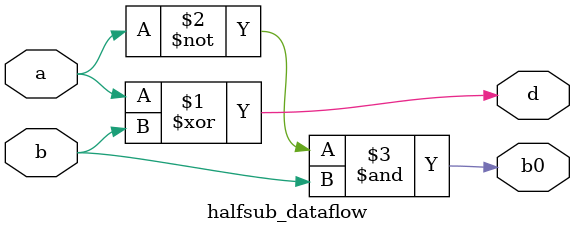
<source format=v>
module halfsub_dataflow(output d,b0 , input a,b );
  assign d=(a^b);
  assign b0=(~a & b);
endmodule

</source>
